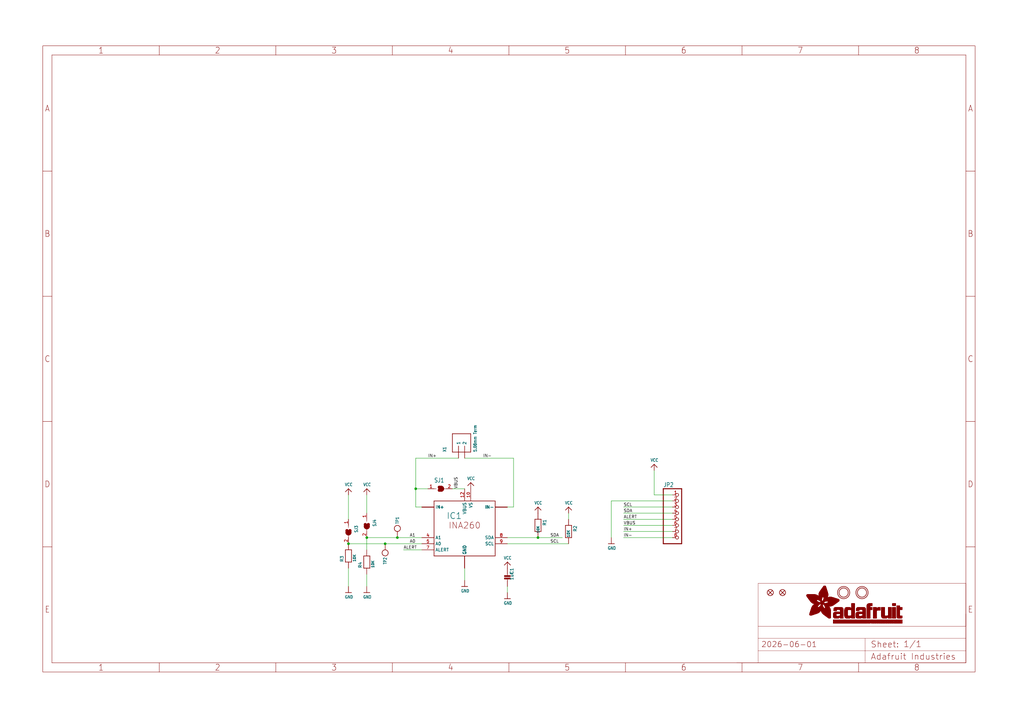
<source format=kicad_sch>
(kicad_sch (version 20230121) (generator eeschema)
  (paper "User" 425.45 298.602)
  (lib_symbols
    (symbol "working-eagle-import:CAP_CERAMIC0603_NO"
      (property "Reference" "C" (at -2.29 1.25 90))
      (symbol "CAP_CERAMIC0603_NO_1_0"
        (pin passive line (at 0 5.08 270) (length 2.54) (name "1") (number "1"))
        (pin passive line (at 0 -2.54 90) (length 2.54) (name "2") (number "2"))
      )
    )
    (symbol "working-eagle-import:FRAME_A3_ADAFRUIT"
      (symbol "FRAME_A3_ADAFRUIT_1_0"
        (text "${#}/${##}" (at 357.505 10.16 0) (effects (font (size 2.54 2.54)) (justify left bottom)))
        (text "${CURRENT_DATE}" (at 298.45 10.16 0) (effects (font (size 2.286 2.286)) (justify left bottom)))
        (text "${PROJECTNAME}" (at 298.45 15.24 0) (effects (font (size 2.54 2.54)) (justify left bottom)))
        (text "1" (at 24.2094 1.905 0) (effects (font (size 2.54 2.286))))
        (text "1" (at 24.2094 258.445 0) (effects (font (size 2.54 2.286))))
        (text "2" (at 72.6281 1.905 0) (effects (font (size 2.54 2.286))))
        (text "2" (at 72.6281 258.445 0) (effects (font (size 2.54 2.286))))
        (text "3" (at 121.0469 1.905 0) (effects (font (size 2.54 2.286))))
        (text "3" (at 121.0469 258.445 0) (effects (font (size 2.54 2.286))))
        (text "4" (at 169.4656 1.905 0) (effects (font (size 2.54 2.286))))
        (text "4" (at 169.4656 258.445 0) (effects (font (size 2.54 2.286))))
        (text "5" (at 217.8844 1.905 0) (effects (font (size 2.54 2.286))))
        (text "5" (at 217.8844 258.445 0) (effects (font (size 2.54 2.286))))
        (text "6" (at 266.3031 1.905 0) (effects (font (size 2.54 2.286))))
        (text "6" (at 266.3031 258.445 0) (effects (font (size 2.54 2.286))))
        (text "7" (at 314.7219 1.905 0) (effects (font (size 2.54 2.286))))
        (text "7" (at 314.7219 258.445 0) (effects (font (size 2.54 2.286))))
        (text "8" (at 363.1406 1.905 0) (effects (font (size 2.54 2.286))))
        (text "8" (at 363.1406 258.445 0) (effects (font (size 2.54 2.286))))
        (text "A" (at 1.905 234.315 0) (effects (font (size 2.54 2.286))))
        (text "A" (at 385.445 234.315 0) (effects (font (size 2.54 2.286))))
        (text "Adafruit Industries" (at 343.916 4.953 0) (effects (font (size 2.54 2.54)) (justify left bottom)))
        (text "B" (at 1.905 182.245 0) (effects (font (size 2.54 2.286))))
        (text "B" (at 385.445 182.245 0) (effects (font (size 2.54 2.286))))
        (text "C" (at 1.905 130.175 0) (effects (font (size 2.54 2.286))))
        (text "C" (at 385.445 130.175 0) (effects (font (size 2.54 2.286))))
        (text "D" (at 1.905 78.105 0) (effects (font (size 2.54 2.286))))
        (text "D" (at 385.445 78.105 0) (effects (font (size 2.54 2.286))))
        (text "E" (at 1.905 26.035 0) (effects (font (size 2.54 2.286))))
        (text "E" (at 385.445 26.035 0) (effects (font (size 2.54 2.286))))
        (text "Sheet:" (at 343.916 10.033 0) (effects (font (size 2.54 2.54)) (justify left bottom)))
      )
    )
    (symbol "working-eagle-import:GND" (power)
      (property "Value" "GND" (at -1.524 -2.54 0))
      (symbol "GND_1_0"
        (pin power_in line (at 0 2.54 270) (length 2.54) (name "GND") (number "1"))
      )
    )
    (symbol "working-eagle-import:HEADER-1X870MIL"
      (property "Reference" "JP" (at -6.35 13.335 0))
      (symbol "HEADER-1X870MIL_1_0"
        (pin passive inverted (at -2.54 10.16 0) (length 2.54) (name "1") (number "1"))
        (pin passive inverted (at -2.54 7.62 0) (length 2.54) (name "2") (number "2"))
        (pin passive inverted (at -2.54 5.08 0) (length 2.54) (name "3") (number "3"))
        (pin passive inverted (at -2.54 2.54 0) (length 2.54) (name "4") (number "4"))
        (pin passive inverted (at -2.54 0 0) (length 2.54) (name "5") (number "5"))
        (pin passive inverted (at -2.54 -2.54 0) (length 2.54) (name "6") (number "6"))
        (pin passive inverted (at -2.54 -5.08 0) (length 2.54) (name "7") (number "7"))
        (pin passive inverted (at -2.54 -7.62 0) (length 2.54) (name "8") (number "8"))
      )
    )
    (symbol "working-eagle-import:INA260"
      (property "Reference" "IC" (at -12.7 12.7 0))
      (symbol "INA260_1_0"
        (text "INA260" (at 0 0 0) (effects (font (size 2.54 2.54))))
        (pin bidirectional line (at -17.78 7.62 0) (length 5.08) (name "IN+") (number "1"))
        (pin power_in line (at 2.54 15.24 270) (length 5.08) (name "VS") (number "10"))
        (pin power_in line (at 0 -17.78 90) (length 5.08) (name "GND") (number "11"))
        (pin power_in line (at 0 15.24 270) (length 5.08) (name "VBUS") (number "12"))
        (pin power_in line (at 0 -17.78 90) (length 5.08) (name "GND") (number "13"))
        (pin bidirectional line (at 17.78 7.62 180) (length 5.08) (name "IN-") (number "14"))
        (pin bidirectional line (at 17.78 7.62 180) (length 5.08) (name "IN-") (number "15"))
        (pin bidirectional line (at 17.78 7.62 180) (length 5.08) (name "IN-") (number "16"))
        (pin bidirectional line (at -17.78 7.62 0) (length 5.08) (name "IN+") (number "2"))
        (pin bidirectional line (at -17.78 7.62 0) (length 5.08) (name "IN+") (number "3"))
        (pin input line (at -17.78 -5.08 0) (length 5.08) (name "A1") (number "4"))
        (pin input line (at -17.78 -7.62 0) (length 5.08) (name "A0") (number "5"))
        (pin power_in line (at 0 -17.78 90) (length 5.08) (name "GND") (number "6"))
        (pin output line (at -17.78 -10.16 0) (length 5.08) (name "ALERT") (number "7"))
        (pin bidirectional line (at 17.78 -5.08 180) (length 5.08) (name "SDA") (number "8"))
        (pin bidirectional line (at 17.78 -7.62 180) (length 5.08) (name "SCL") (number "9"))
      )
    )
    (symbol "working-eagle-import:MICROBUILDER_FIDUCIAL{dblquote}{dblquote}")
    (symbol "working-eagle-import:MOUNTINGHOLE2.5")
    (symbol "working-eagle-import:RESISTOR_0603_NOOUT"
      (property "Reference" "R" (at 0 2.54 0))
      (symbol "RESISTOR_0603_NOOUT_1_0"
        (pin passive line (at -5.08 0 0) (length 2.54) (name "1") (number "1"))
        (pin passive line (at 5.08 0 180) (length 2.54) (name "2") (number "2"))
      )
    )
    (symbol "working-eagle-import:SOLDERJUMPER"
      (property "Reference" "SJ" (at -2.54 2.54 0))
      (symbol "SOLDERJUMPER_1_0"
        (pin passive line (at -5.08 0 0) (length 2.54) (name "1") (number "1"))
        (pin passive line (at 5.08 0 180) (length 2.54) (name "2") (number "2"))
      )
    )
    (symbol "working-eagle-import:SOLDERJUMPER_CLOSED"
      (property "Reference" "SJ" (at -2.54 2.54 0))
      (symbol "SOLDERJUMPER_CLOSED_1_0"
        (pin passive line (at -5.08 0 0) (length 2.54) (name "1") (number "1"))
        (pin passive line (at 5.08 0 180) (length 2.54) (name "2") (number "2"))
      )
    )
    (symbol "working-eagle-import:TERMBLOCK_1X2_5.08MM"
      (property "Reference" "X" (at -2.54 7.62 0))
      (symbol "TERMBLOCK_1X2_5.08MM_1_0"
        (pin passive line (at -5.08 2.54 0) (length 5.08) (name "1") (number "P$3"))
        (pin passive line (at -5.08 0 0) (length 5.08) (name "2") (number "P$4"))
      )
    )
    (symbol "working-eagle-import:TESTPOINTROUND1.5MM"
      (property "Reference" "TP" (at 0 5.588 90))
      (symbol "TESTPOINTROUND1.5MM_1_0"
        (pin bidirectional line (at 0 0 90) (length 2.54) (name "P$1") (number "P$1"))
      )
    )
    (symbol "working-eagle-import:VCC" (power)
      (property "Value" "VCC" (at -1.524 1.016 0))
      (symbol "VCC_1_0"
        (pin power_in line (at 0 -2.54 90) (length 2.54) (name "VCC") (number "1"))
      )
    )
  )
  (junction (at 144.78 226.06))
  (junction (at 172.72 203.2))
  (junction (at 223.52 223.52))
  (junction (at 152.4 223.52))
  (junction (at 165.1 223.52))
  (junction (at 160.02 226.06))
  (wire (pts (xy 271.78 205.74) (xy 271.78 195.58)) (stroke (width 0.1524)))
  (wire (pts (xy 193.04 236.22) (xy 193.04 241.3)) (stroke (width 0.1524)))
  (wire (pts (xy 144.78 205.74) (xy 144.78 215.9)) (stroke (width 0.1524)))
  (wire (pts (xy 279.4 208.28) (xy 254 208.28)) (stroke (width 0.1524)))
  (wire (pts (xy 193.04 190.5) (xy 213.36 190.5)) (stroke (width 0.1524)))
  (wire (pts (xy 175.26 226.06) (xy 160.02 226.06)) (stroke (width 0.1524)))
  (wire (pts (xy 175.26 228.6) (xy 167.64 228.6)) (stroke (width 0.1524)))
  (wire (pts (xy 279.4 213.36) (xy 259.08 213.36)) (stroke (width 0.1524)))
  (wire (pts (xy 210.82 223.52) (xy 223.52 223.52)) (stroke (width 0.1524)))
  (wire (pts (xy 144.78 243.84) (xy 144.78 236.22)) (stroke (width 0.1524)))
  (wire (pts (xy 152.4 205.74) (xy 152.4 213.36)) (stroke (width 0.1524)))
  (wire (pts (xy 223.52 223.52) (xy 233.68 223.52)) (stroke (width 0.1524)))
  (wire (pts (xy 152.4 238.76) (xy 152.4 243.84)) (stroke (width 0.1524)))
  (wire (pts (xy 279.4 218.44) (xy 259.08 218.44)) (stroke (width 0.1524)))
  (wire (pts (xy 172.72 210.82) (xy 172.72 203.2)) (stroke (width 0.1524)))
  (wire (pts (xy 279.4 210.82) (xy 259.08 210.82)) (stroke (width 0.1524)))
  (wire (pts (xy 175.26 210.82) (xy 172.72 210.82)) (stroke (width 0.1524)))
  (wire (pts (xy 210.82 226.06) (xy 236.22 226.06)) (stroke (width 0.1524)))
  (wire (pts (xy 236.22 215.9) (xy 236.22 213.36)) (stroke (width 0.1524)))
  (wire (pts (xy 165.1 223.52) (xy 175.26 223.52)) (stroke (width 0.1524)))
  (wire (pts (xy 254 208.28) (xy 254 223.52)) (stroke (width 0.1524)))
  (wire (pts (xy 193.04 203.2) (xy 187.96 203.2)) (stroke (width 0.1524)))
  (wire (pts (xy 190.5 190.5) (xy 172.72 190.5)) (stroke (width 0.1524)))
  (wire (pts (xy 279.4 223.52) (xy 259.08 223.52)) (stroke (width 0.1524)))
  (wire (pts (xy 177.8 203.2) (xy 172.72 203.2)) (stroke (width 0.1524)))
  (wire (pts (xy 172.72 203.2) (xy 172.72 190.5)) (stroke (width 0.1524)))
  (wire (pts (xy 279.4 215.9) (xy 259.08 215.9)) (stroke (width 0.1524)))
  (wire (pts (xy 152.4 223.52) (xy 165.1 223.52)) (stroke (width 0.1524)))
  (wire (pts (xy 279.4 220.98) (xy 259.08 220.98)) (stroke (width 0.1524)))
  (wire (pts (xy 213.36 210.82) (xy 213.36 190.5)) (stroke (width 0.1524)))
  (wire (pts (xy 152.4 228.6) (xy 152.4 223.52)) (stroke (width 0.1524)))
  (wire (pts (xy 210.82 210.82) (xy 213.36 210.82)) (stroke (width 0.1524)))
  (wire (pts (xy 210.82 243.84) (xy 210.82 246.38)) (stroke (width 0.1524)))
  (wire (pts (xy 160.02 226.06) (xy 144.78 226.06)) (stroke (width 0.1524)))
  (wire (pts (xy 279.4 205.74) (xy 271.78 205.74)) (stroke (width 0.1524)))
  (label "IN-" (at 259.08 223.52 0) (effects (font (size 1.2446 1.2446))))
  (label "IN+" (at 177.8 190.5 0) (effects (font (size 1.2446 1.2446))))
  (label "VBUS" (at 190.5 203.2 90) (effects (font (size 1.2446 1.2446))))
  (label "SDA" (at 228.6 223.52 0) (effects (font (size 1.2446 1.2446))))
  (label "SCL" (at 228.6 226.06 0) (effects (font (size 1.2446 1.2446))))
  (label "SDA" (at 259.08 213.36 0) (effects (font (size 1.2446 1.2446))))
  (label "ALERT" (at 167.64 228.6 0) (effects (font (size 1.2446 1.2446))))
  (label "A1" (at 170.18 223.52 0) (effects (font (size 1.2446 1.2446))))
  (label "A0" (at 170.18 226.06 0) (effects (font (size 1.2446 1.2446))))
  (label "IN-" (at 200.66 190.5 0) (effects (font (size 1.2446 1.2446))))
  (label "SCL" (at 259.08 210.82 0) (effects (font (size 1.2446 1.2446))))
  (label "IN+" (at 259.08 220.98 0) (effects (font (size 1.2446 1.2446))))
  (label "VBUS" (at 259.08 218.44 0) (effects (font (size 1.2446 1.2446))))
  (label "ALERT" (at 259.08 215.9 0) (effects (font (size 1.2446 1.2446))))
  (symbol (lib_id "working-eagle-import:GND") (at 254 226.06 0) (unit 1)
    (property "Reference" "#U$9" (effects hide))
    (property "Value" "GND" (at 252.476 228.6 0) (effects (font (size 1.27 1.0795)) (justify left bottom)))
  )
  (symbol (lib_id "working-eagle-import:RESISTOR_0603_NOOUT") (at 236.22 220.98 270) (unit 1)
    (property "Reference" "R2" (at 238.252 218.44 0) (effects (justify left bottom)))
    (property "Value" "10K" (at 236.855 223.52 0) (effects (font (size 1.016 1.016) bold) (justify right top)))
    (property "Footprint" "working:0603-NO" (effects hide))
  )
  (symbol (lib_id "working-eagle-import:SOLDERJUMPER") (at 152.4 218.44 270) (unit 1)
    (property "Reference" "SJ4" (at 154.94 215.9 0) (effects (font (size 1.27 1.0795)) (justify left bottom)))
    (property "Value" "SOLDERJUMPER" (effects hide))
    (property "Footprint" "working:SOLDERJUMPER_ARROW_NOPASTE" (effects hide))
  )
  (symbol (lib_id "working-eagle-import:GND") (at 144.78 246.38 0) (unit 1)
    (property "Reference" "#U$2" (effects hide))
    (property "Value" "GND" (at 143.256 248.92 0) (effects (font (size 1.27 1.0795)) (justify left bottom)))
  )
  (symbol (lib_id "working-eagle-import:TESTPOINTROUND1.5MM") (at 165.1 223.52 0) (unit 1)
    (property "Reference" "TP1" (at 165.1 217.932 90) (effects (font (size 1.27 1.0795)) (justify left)))
    (property "Value" "TESTPOINTROUND1.5MM" (effects hide))
    (property "Footprint" "working:TESTPOINT_ROUND_1.5MM" (effects hide))
  )
  (symbol (lib_id "working-eagle-import:TESTPOINTROUND1.5MM") (at 160.02 226.06 180) (unit 1)
    (property "Reference" "TP2" (at 160.02 231.648 90) (effects (font (size 1.27 1.0795)) (justify left)))
    (property "Value" "TESTPOINTROUND1.5MM" (effects hide))
    (property "Footprint" "working:TESTPOINT_ROUND_1.5MM" (effects hide))
  )
  (symbol (lib_id "working-eagle-import:RESISTOR_0603_NOOUT") (at 144.78 231.14 90) (unit 1)
    (property "Reference" "R3" (at 142.748 233.68 0) (effects (justify left bottom)))
    (property "Value" "10K" (at 147.955 233.68 0) (effects (font (size 1.016 1.016) bold) (justify left bottom)))
    (property "Footprint" "working:0603-NO" (effects hide))
  )
  (symbol (lib_id "working-eagle-import:RESISTOR_0603_NOOUT") (at 152.4 233.68 90) (unit 1)
    (property "Reference" "R4" (at 150.368 236.22 0) (effects (justify left bottom)))
    (property "Value" "10K" (at 155.575 236.22 0) (effects (font (size 1.016 1.016) bold) (justify left bottom)))
    (property "Footprint" "working:0603-NO" (effects hide))
  )
  (symbol (lib_id "working-eagle-import:MOUNTINGHOLE2.5") (at 358.14 246.38 0) (unit 1)
    (property "Reference" "U$8" (effects hide))
    (property "Value" "MOUNTINGHOLE2.5" (effects hide))
    (property "Footprint" "working:MOUNTINGHOLE_2.5_PLATED" (effects hide))
  )
  (symbol (lib_id "working-eagle-import:RESISTOR_0603_NOOUT") (at 223.52 218.44 270) (unit 1)
    (property "Reference" "R1" (at 225.552 215.9 0) (effects (justify left bottom)))
    (property "Value" "10K" (at 222.885 218.44 0) (effects (font (size 1.016 1.016) bold) (justify left bottom)))
    (property "Footprint" "working:0603-NO" (effects hide))
  )
  (symbol (lib_id "working-eagle-import:SOLDERJUMPER_CLOSED") (at 182.88 203.2 0) (unit 1)
    (property "Reference" "SJ1" (at 180.34 200.66 0) (effects (font (size 1.778 1.5113)) (justify left bottom)))
    (property "Value" "SOLDERJUMPER_CLOSED" (effects hide))
    (property "Footprint" "working:SOLDERJUMPER_CLOSEDWIRE" (effects hide))
  )
  (symbol (lib_id "working-eagle-import:VCC") (at 223.52 210.82 0) (unit 1)
    (property "Reference" "#P+6" (effects hide))
    (property "Value" "VCC" (at 221.996 209.804 0) (effects (font (size 1.27 1.0795)) (justify left bottom)))
  )
  (symbol (lib_id "working-eagle-import:MOUNTINGHOLE2.5") (at 350.52 246.38 0) (unit 1)
    (property "Reference" "U$7" (effects hide))
    (property "Value" "MOUNTINGHOLE2.5" (effects hide))
    (property "Footprint" "working:MOUNTINGHOLE_2.5_PLATED" (effects hide))
  )
  (symbol (lib_id "working-eagle-import:MICROBUILDER_FIDUCIAL{dblquote}{dblquote}") (at 325.12 246.38 0) (unit 1)
    (property "Reference" "FID4" (effects hide))
    (property "Value" "MICROBUILDER_FIDUCIAL{dblquote}{dblquote}" (effects hide))
    (property "Footprint" "working:MICROBUILDER_FIDUCIAL_1MM" (effects hide))
  )
  (symbol (lib_id "working-eagle-import:GND") (at 193.04 243.84 0) (unit 1)
    (property "Reference" "#U$3" (effects hide))
    (property "Value" "GND" (at 191.516 246.38 0) (effects (font (size 1.27 1.0795)) (justify left bottom)))
  )
  (symbol (lib_id "working-eagle-import:HEADER-1X870MIL") (at 281.94 215.9 0) (unit 1)
    (property "Reference" "JP2" (at 275.59 202.565 0) (effects (font (size 1.778 1.5113)) (justify left bottom)))
    (property "Value" "HEADER-1X870MIL" (effects hide))
    (property "Footprint" "working:1X08_ROUND_70" (effects hide))
  )
  (symbol (lib_id "working-eagle-import:GND") (at 152.4 246.38 0) (unit 1)
    (property "Reference" "#U$5" (effects hide))
    (property "Value" "GND" (at 150.876 248.92 0) (effects (font (size 1.27 1.0795)) (justify left bottom)))
  )
  (symbol (lib_id "working-eagle-import:VCC") (at 271.78 193.04 0) (unit 1)
    (property "Reference" "#P+4" (effects hide))
    (property "Value" "VCC" (at 270.256 192.024 0) (effects (font (size 1.27 1.0795)) (justify left bottom)))
  )
  (symbol (lib_id "working-eagle-import:INA260") (at 193.04 218.44 0) (unit 1)
    (property "Reference" "IC1" (at 185.42 215.9 0) (effects (font (size 2.54 2.54)) (justify left bottom)))
    (property "Value" "INA260" (effects hide))
    (property "Footprint" "working:TSSOP16" (effects hide))
  )
  (symbol (lib_id "working-eagle-import:GND") (at 210.82 248.92 0) (unit 1)
    (property "Reference" "#U$4" (effects hide))
    (property "Value" "GND" (at 209.296 251.46 0) (effects (font (size 1.27 1.0795)) (justify left bottom)))
  )
  (symbol (lib_id "working-eagle-import:VCC") (at 144.78 203.2 0) (unit 1)
    (property "Reference" "#P+2" (effects hide))
    (property "Value" "VCC" (at 143.256 202.184 0) (effects (font (size 1.27 1.0795)) (justify left bottom)))
  )
  (symbol (lib_id "working-eagle-import:TERMBLOCK_1X2_5.08MM") (at 193.04 185.42 90) (unit 1)
    (property "Reference" "X1" (at 185.42 187.96 0) (effects (font (size 1.27 1.0795)) (justify left bottom)))
    (property "Value" "5.08mm Term" (at 198.12 187.96 0) (effects (font (size 1.27 1.0795)) (justify left bottom)))
    (property "Footprint" "working:TERMBLOCK_508_1X2" (effects hide))
  )
  (symbol (lib_id "working-eagle-import:VCC") (at 236.22 210.82 0) (unit 1)
    (property "Reference" "#P+7" (effects hide))
    (property "Value" "VCC" (at 234.696 209.804 0) (effects (font (size 1.27 1.0795)) (justify left bottom)))
  )
  (symbol (lib_id "working-eagle-import:CAP_CERAMIC0603_NO") (at 210.82 241.3 0) (unit 1)
    (property "Reference" "C1" (at 213.36 238.76 90) (effects (justify left bottom)))
    (property "Value" "1uF" (at 213.36 241.3 90) (effects (justify left bottom)))
    (property "Footprint" "working:0603-NO" (effects hide))
  )
  (symbol (lib_id "working-eagle-import:MICROBUILDER_FIDUCIAL{dblquote}{dblquote}") (at 320.04 246.38 0) (unit 1)
    (property "Reference" "FID3" (effects hide))
    (property "Value" "MICROBUILDER_FIDUCIAL{dblquote}{dblquote}" (effects hide))
    (property "Footprint" "working:MICROBUILDER_FIDUCIAL_1MM" (effects hide))
  )
  (symbol (lib_id "working-eagle-import:FRAME_A3_ADAFRUIT") (at 17.78 279.4 0) (unit 1)
    (property "Reference" "#U$10" (effects hide))
    (property "Value" "FRAME_A3_ADAFRUIT" (effects hide))
  )
  (symbol (lib_id "working-eagle-import:VCC") (at 195.58 200.66 0) (unit 1)
    (property "Reference" "#P+5" (effects hide))
    (property "Value" "VCC" (at 194.056 199.644 0) (effects (font (size 1.27 1.0795)) (justify left bottom)))
  )
  (symbol (lib_id "working-eagle-import:VCC") (at 152.4 203.2 0) (unit 1)
    (property "Reference" "#P+3" (effects hide))
    (property "Value" "VCC" (at 150.876 202.184 0) (effects (font (size 1.27 1.0795)) (justify left bottom)))
  )
  (symbol (lib_id "working-eagle-import:VCC") (at 210.82 233.68 0) (unit 1)
    (property "Reference" "#P+8" (effects hide))
    (property "Value" "VCC" (at 209.296 232.664 0) (effects (font (size 1.27 1.0795)) (justify left bottom)))
  )
  (symbol (lib_id "working-eagle-import:SOLDERJUMPER") (at 144.78 220.98 270) (unit 1)
    (property "Reference" "SJ3" (at 147.32 218.44 0) (effects (font (size 1.27 1.0795)) (justify left bottom)))
    (property "Value" "SOLDERJUMPER" (effects hide))
    (property "Footprint" "working:SOLDERJUMPER_ARROW_NOPASTE" (effects hide))
  )
)
</source>
